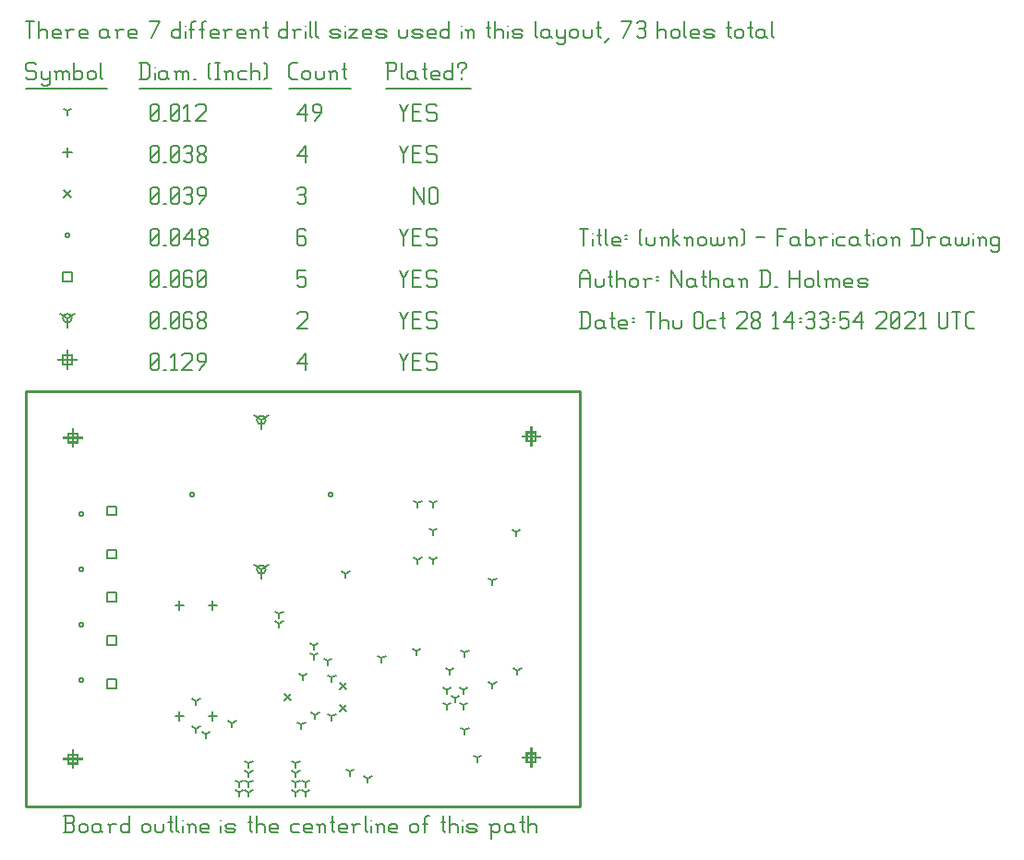
<source format=gbr>
G04 start of page 13 for group -3984 idx -3984 *
G04 Title: (unknown), fab *
G04 Creator: pcb 4.0.2 *
G04 CreationDate: Thu Oct 28 14:33:54 2021 UTC *
G04 For: ndholmes *
G04 Format: Gerber/RS-274X *
G04 PCB-Dimensions (mil): 2000.00 1500.00 *
G04 PCB-Coordinate-Origin: lower left *
%MOIN*%
%FSLAX25Y25*%
%LNFAB*%
%ADD75C,0.0100*%
%ADD74C,0.0075*%
%ADD73C,0.0060*%
%ADD72R,0.0080X0.0080*%
G54D72*X182500Y20700D02*Y14300D01*
X179300Y17500D02*X185700D01*
X180900Y19100D02*X184100D01*
X180900D02*Y15900D01*
X184100D01*
Y19100D02*Y15900D01*
X17000Y136200D02*Y129800D01*
X13800Y133000D02*X20200D01*
X15400Y134600D02*X18600D01*
X15400D02*Y131400D01*
X18600D01*
Y134600D02*Y131400D01*
X17000Y20200D02*Y13800D01*
X13800Y17000D02*X20200D01*
X15400Y18600D02*X18600D01*
X15400D02*Y15400D01*
X18600D01*
Y18600D02*Y15400D01*
X182500Y136700D02*Y130300D01*
X179300Y133500D02*X185700D01*
X180900Y135100D02*X184100D01*
X180900D02*Y131900D01*
X184100D01*
Y135100D02*Y131900D01*
X15000Y164450D02*Y158050D01*
X11800Y161250D02*X18200D01*
X13400Y162850D02*X16600D01*
X13400D02*Y159650D01*
X16600D01*
Y162850D02*Y159650D01*
G54D73*X135000Y163500D02*X136500Y160500D01*
X138000Y163500D01*
X136500Y160500D02*Y157500D01*
X139800Y160800D02*X142050D01*
X139800Y157500D02*X142800D01*
X139800Y163500D02*Y157500D01*
Y163500D02*X142800D01*
X147600D02*X148350Y162750D01*
X145350Y163500D02*X147600D01*
X144600Y162750D02*X145350Y163500D01*
X144600Y162750D02*Y161250D01*
X145350Y160500D01*
X147600D01*
X148350Y159750D01*
Y158250D01*
X147600Y157500D02*X148350Y158250D01*
X145350Y157500D02*X147600D01*
X144600Y158250D02*X145350Y157500D01*
X98000Y159750D02*X101000Y163500D01*
X98000Y159750D02*X101750D01*
X101000Y163500D02*Y157500D01*
X45000Y158250D02*X45750Y157500D01*
X45000Y162750D02*Y158250D01*
Y162750D02*X45750Y163500D01*
X47250D01*
X48000Y162750D01*
Y158250D01*
X47250Y157500D02*X48000Y158250D01*
X45750Y157500D02*X47250D01*
X45000Y159000D02*X48000Y162000D01*
X49800Y157500D02*X50550D01*
X52350Y162300D02*X53550Y163500D01*
Y157500D01*
X52350D02*X54600D01*
X56400Y162750D02*X57150Y163500D01*
X59400D01*
X60150Y162750D01*
Y161250D01*
X56400Y157500D02*X60150Y161250D01*
X56400Y157500D02*X60150D01*
X62700D02*X64950Y160500D01*
Y162750D02*Y160500D01*
X64200Y163500D02*X64950Y162750D01*
X62700Y163500D02*X64200D01*
X61950Y162750D02*X62700Y163500D01*
X61950Y162750D02*Y161250D01*
X62700Y160500D01*
X64950D01*
X85000Y139500D02*Y136300D01*
Y139500D02*X87773Y141100D01*
X85000Y139500D02*X82227Y141100D01*
X83400Y139500D02*G75*G03X86600Y139500I1600J0D01*G01*
G75*G03X83400Y139500I-1600J0D01*G01*
X85000Y85500D02*Y82300D01*
Y85500D02*X87773Y87100D01*
X85000Y85500D02*X82227Y87100D01*
X83400Y85500D02*G75*G03X86600Y85500I1600J0D01*G01*
G75*G03X83400Y85500I-1600J0D01*G01*
X15000Y176250D02*Y173050D01*
Y176250D02*X17773Y177850D01*
X15000Y176250D02*X12227Y177850D01*
X13400Y176250D02*G75*G03X16600Y176250I1600J0D01*G01*
G75*G03X13400Y176250I-1600J0D01*G01*
X135000Y178500D02*X136500Y175500D01*
X138000Y178500D01*
X136500Y175500D02*Y172500D01*
X139800Y175800D02*X142050D01*
X139800Y172500D02*X142800D01*
X139800Y178500D02*Y172500D01*
Y178500D02*X142800D01*
X147600D02*X148350Y177750D01*
X145350Y178500D02*X147600D01*
X144600Y177750D02*X145350Y178500D01*
X144600Y177750D02*Y176250D01*
X145350Y175500D01*
X147600D01*
X148350Y174750D01*
Y173250D01*
X147600Y172500D02*X148350Y173250D01*
X145350Y172500D02*X147600D01*
X144600Y173250D02*X145350Y172500D01*
X98000Y177750D02*X98750Y178500D01*
X101000D01*
X101750Y177750D01*
Y176250D01*
X98000Y172500D02*X101750Y176250D01*
X98000Y172500D02*X101750D01*
X45000Y173250D02*X45750Y172500D01*
X45000Y177750D02*Y173250D01*
Y177750D02*X45750Y178500D01*
X47250D01*
X48000Y177750D01*
Y173250D01*
X47250Y172500D02*X48000Y173250D01*
X45750Y172500D02*X47250D01*
X45000Y174000D02*X48000Y177000D01*
X49800Y172500D02*X50550D01*
X52350Y173250D02*X53100Y172500D01*
X52350Y177750D02*Y173250D01*
Y177750D02*X53100Y178500D01*
X54600D01*
X55350Y177750D01*
Y173250D01*
X54600Y172500D02*X55350Y173250D01*
X53100Y172500D02*X54600D01*
X52350Y174000D02*X55350Y177000D01*
X59400Y178500D02*X60150Y177750D01*
X57900Y178500D02*X59400D01*
X57150Y177750D02*X57900Y178500D01*
X57150Y177750D02*Y173250D01*
X57900Y172500D01*
X59400Y175800D02*X60150Y175050D01*
X57150Y175800D02*X59400D01*
X57900Y172500D02*X59400D01*
X60150Y173250D01*
Y175050D02*Y173250D01*
X61950D02*X62700Y172500D01*
X61950Y174450D02*Y173250D01*
Y174450D02*X63000Y175500D01*
X63900D01*
X64950Y174450D01*
Y173250D01*
X64200Y172500D02*X64950Y173250D01*
X62700Y172500D02*X64200D01*
X61950Y176550D02*X63000Y175500D01*
X61950Y177750D02*Y176550D01*
Y177750D02*X62700Y178500D01*
X64200D01*
X64950Y177750D01*
Y176550D01*
X63900Y175500D02*X64950Y176550D01*
X29400Y108300D02*X32600D01*
X29400D02*Y105100D01*
X32600D01*
Y108300D02*Y105100D01*
X29400Y92700D02*X32600D01*
X29400D02*Y89500D01*
X32600D01*
Y92700D02*Y89500D01*
X29400Y77100D02*X32600D01*
X29400D02*Y73900D01*
X32600D01*
Y77100D02*Y73900D01*
X29400Y61500D02*X32600D01*
X29400D02*Y58300D01*
X32600D01*
Y61500D02*Y58300D01*
X29400Y45900D02*X32600D01*
X29400D02*Y42700D01*
X32600D01*
Y45900D02*Y42700D01*
X13400Y192850D02*X16600D01*
X13400D02*Y189650D01*
X16600D01*
Y192850D02*Y189650D01*
X135000Y193500D02*X136500Y190500D01*
X138000Y193500D01*
X136500Y190500D02*Y187500D01*
X139800Y190800D02*X142050D01*
X139800Y187500D02*X142800D01*
X139800Y193500D02*Y187500D01*
Y193500D02*X142800D01*
X147600D02*X148350Y192750D01*
X145350Y193500D02*X147600D01*
X144600Y192750D02*X145350Y193500D01*
X144600Y192750D02*Y191250D01*
X145350Y190500D01*
X147600D01*
X148350Y189750D01*
Y188250D01*
X147600Y187500D02*X148350Y188250D01*
X145350Y187500D02*X147600D01*
X144600Y188250D02*X145350Y187500D01*
X98000Y193500D02*X101000D01*
X98000D02*Y190500D01*
X98750Y191250D01*
X100250D01*
X101000Y190500D01*
Y188250D01*
X100250Y187500D02*X101000Y188250D01*
X98750Y187500D02*X100250D01*
X98000Y188250D02*X98750Y187500D01*
X45000Y188250D02*X45750Y187500D01*
X45000Y192750D02*Y188250D01*
Y192750D02*X45750Y193500D01*
X47250D01*
X48000Y192750D01*
Y188250D01*
X47250Y187500D02*X48000Y188250D01*
X45750Y187500D02*X47250D01*
X45000Y189000D02*X48000Y192000D01*
X49800Y187500D02*X50550D01*
X52350Y188250D02*X53100Y187500D01*
X52350Y192750D02*Y188250D01*
Y192750D02*X53100Y193500D01*
X54600D01*
X55350Y192750D01*
Y188250D01*
X54600Y187500D02*X55350Y188250D01*
X53100Y187500D02*X54600D01*
X52350Y189000D02*X55350Y192000D01*
X59400Y193500D02*X60150Y192750D01*
X57900Y193500D02*X59400D01*
X57150Y192750D02*X57900Y193500D01*
X57150Y192750D02*Y188250D01*
X57900Y187500D01*
X59400Y190800D02*X60150Y190050D01*
X57150Y190800D02*X59400D01*
X57900Y187500D02*X59400D01*
X60150Y188250D01*
Y190050D02*Y188250D01*
X61950D02*X62700Y187500D01*
X61950Y192750D02*Y188250D01*
Y192750D02*X62700Y193500D01*
X64200D01*
X64950Y192750D01*
Y188250D01*
X64200Y187500D02*X64950Y188250D01*
X62700Y187500D02*X64200D01*
X61950Y189000D02*X64950Y192000D01*
X19200Y105500D02*G75*G03X20800Y105500I800J0D01*G01*
G75*G03X19200Y105500I-800J0D01*G01*
Y85500D02*G75*G03X20800Y85500I800J0D01*G01*
G75*G03X19200Y85500I-800J0D01*G01*
Y65500D02*G75*G03X20800Y65500I800J0D01*G01*
G75*G03X19200Y65500I-800J0D01*G01*
Y45500D02*G75*G03X20800Y45500I800J0D01*G01*
G75*G03X19200Y45500I-800J0D01*G01*
X109200Y112500D02*G75*G03X110800Y112500I800J0D01*G01*
G75*G03X109200Y112500I-800J0D01*G01*
X59200D02*G75*G03X60800Y112500I800J0D01*G01*
G75*G03X59200Y112500I-800J0D01*G01*
X14200Y206250D02*G75*G03X15800Y206250I800J0D01*G01*
G75*G03X14200Y206250I-800J0D01*G01*
X135000Y208500D02*X136500Y205500D01*
X138000Y208500D01*
X136500Y205500D02*Y202500D01*
X139800Y205800D02*X142050D01*
X139800Y202500D02*X142800D01*
X139800Y208500D02*Y202500D01*
Y208500D02*X142800D01*
X147600D02*X148350Y207750D01*
X145350Y208500D02*X147600D01*
X144600Y207750D02*X145350Y208500D01*
X144600Y207750D02*Y206250D01*
X145350Y205500D01*
X147600D01*
X148350Y204750D01*
Y203250D01*
X147600Y202500D02*X148350Y203250D01*
X145350Y202500D02*X147600D01*
X144600Y203250D02*X145350Y202500D01*
X100250Y208500D02*X101000Y207750D01*
X98750Y208500D02*X100250D01*
X98000Y207750D02*X98750Y208500D01*
X98000Y207750D02*Y203250D01*
X98750Y202500D01*
X100250Y205800D02*X101000Y205050D01*
X98000Y205800D02*X100250D01*
X98750Y202500D02*X100250D01*
X101000Y203250D01*
Y205050D02*Y203250D01*
X45000D02*X45750Y202500D01*
X45000Y207750D02*Y203250D01*
Y207750D02*X45750Y208500D01*
X47250D01*
X48000Y207750D01*
Y203250D01*
X47250Y202500D02*X48000Y203250D01*
X45750Y202500D02*X47250D01*
X45000Y204000D02*X48000Y207000D01*
X49800Y202500D02*X50550D01*
X52350Y203250D02*X53100Y202500D01*
X52350Y207750D02*Y203250D01*
Y207750D02*X53100Y208500D01*
X54600D01*
X55350Y207750D01*
Y203250D01*
X54600Y202500D02*X55350Y203250D01*
X53100Y202500D02*X54600D01*
X52350Y204000D02*X55350Y207000D01*
X57150Y204750D02*X60150Y208500D01*
X57150Y204750D02*X60900D01*
X60150Y208500D02*Y202500D01*
X62700Y203250D02*X63450Y202500D01*
X62700Y204450D02*Y203250D01*
Y204450D02*X63750Y205500D01*
X64650D01*
X65700Y204450D01*
Y203250D01*
X64950Y202500D02*X65700Y203250D01*
X63450Y202500D02*X64950D01*
X62700Y206550D02*X63750Y205500D01*
X62700Y207750D02*Y206550D01*
Y207750D02*X63450Y208500D01*
X64950D01*
X65700Y207750D01*
Y206550D01*
X64650Y205500D02*X65700Y206550D01*
X93300Y40700D02*X95700Y38300D01*
X93300D02*X95700Y40700D01*
X113300Y44700D02*X115700Y42300D01*
X113300D02*X115700Y44700D01*
X113300Y36700D02*X115700Y34300D01*
X113300D02*X115700Y36700D01*
X13800Y222450D02*X16200Y220050D01*
X13800D02*X16200Y222450D01*
X140000Y223500D02*Y217500D01*
Y223500D02*X143750Y217500D01*
Y223500D02*Y217500D01*
X145550Y222750D02*Y218250D01*
Y222750D02*X146300Y223500D01*
X147800D01*
X148550Y222750D01*
Y218250D01*
X147800Y217500D02*X148550Y218250D01*
X146300Y217500D02*X147800D01*
X145550Y218250D02*X146300Y217500D01*
X98000Y222750D02*X98750Y223500D01*
X100250D01*
X101000Y222750D01*
X100250Y217500D02*X101000Y218250D01*
X98750Y217500D02*X100250D01*
X98000Y218250D02*X98750Y217500D01*
Y220800D02*X100250D01*
X101000Y222750D02*Y221550D01*
Y220050D02*Y218250D01*
Y220050D02*X100250Y220800D01*
X101000Y221550D02*X100250Y220800D01*
X45000Y218250D02*X45750Y217500D01*
X45000Y222750D02*Y218250D01*
Y222750D02*X45750Y223500D01*
X47250D01*
X48000Y222750D01*
Y218250D01*
X47250Y217500D02*X48000Y218250D01*
X45750Y217500D02*X47250D01*
X45000Y219000D02*X48000Y222000D01*
X49800Y217500D02*X50550D01*
X52350Y218250D02*X53100Y217500D01*
X52350Y222750D02*Y218250D01*
Y222750D02*X53100Y223500D01*
X54600D01*
X55350Y222750D01*
Y218250D01*
X54600Y217500D02*X55350Y218250D01*
X53100Y217500D02*X54600D01*
X52350Y219000D02*X55350Y222000D01*
X57150Y222750D02*X57900Y223500D01*
X59400D01*
X60150Y222750D01*
X59400Y217500D02*X60150Y218250D01*
X57900Y217500D02*X59400D01*
X57150Y218250D02*X57900Y217500D01*
Y220800D02*X59400D01*
X60150Y222750D02*Y221550D01*
Y220050D02*Y218250D01*
Y220050D02*X59400Y220800D01*
X60150Y221550D02*X59400Y220800D01*
X62700Y217500D02*X64950Y220500D01*
Y222750D02*Y220500D01*
X64200Y223500D02*X64950Y222750D01*
X62700Y223500D02*X64200D01*
X61950Y222750D02*X62700Y223500D01*
X61950Y222750D02*Y221250D01*
X62700Y220500D01*
X64950D01*
X67500Y74100D02*Y70900D01*
X65900Y72500D02*X69100D01*
X67500Y34100D02*Y30900D01*
X65900Y32500D02*X69100D01*
X55500Y74100D02*Y70900D01*
X53900Y72500D02*X57100D01*
X55500Y34100D02*Y30900D01*
X53900Y32500D02*X57100D01*
X15000Y237850D02*Y234650D01*
X13400Y236250D02*X16600D01*
X135000Y238500D02*X136500Y235500D01*
X138000Y238500D01*
X136500Y235500D02*Y232500D01*
X139800Y235800D02*X142050D01*
X139800Y232500D02*X142800D01*
X139800Y238500D02*Y232500D01*
Y238500D02*X142800D01*
X147600D02*X148350Y237750D01*
X145350Y238500D02*X147600D01*
X144600Y237750D02*X145350Y238500D01*
X144600Y237750D02*Y236250D01*
X145350Y235500D01*
X147600D01*
X148350Y234750D01*
Y233250D01*
X147600Y232500D02*X148350Y233250D01*
X145350Y232500D02*X147600D01*
X144600Y233250D02*X145350Y232500D01*
X98000Y234750D02*X101000Y238500D01*
X98000Y234750D02*X101750D01*
X101000Y238500D02*Y232500D01*
X45000Y233250D02*X45750Y232500D01*
X45000Y237750D02*Y233250D01*
Y237750D02*X45750Y238500D01*
X47250D01*
X48000Y237750D01*
Y233250D01*
X47250Y232500D02*X48000Y233250D01*
X45750Y232500D02*X47250D01*
X45000Y234000D02*X48000Y237000D01*
X49800Y232500D02*X50550D01*
X52350Y233250D02*X53100Y232500D01*
X52350Y237750D02*Y233250D01*
Y237750D02*X53100Y238500D01*
X54600D01*
X55350Y237750D01*
Y233250D01*
X54600Y232500D02*X55350Y233250D01*
X53100Y232500D02*X54600D01*
X52350Y234000D02*X55350Y237000D01*
X57150Y237750D02*X57900Y238500D01*
X59400D01*
X60150Y237750D01*
X59400Y232500D02*X60150Y233250D01*
X57900Y232500D02*X59400D01*
X57150Y233250D02*X57900Y232500D01*
Y235800D02*X59400D01*
X60150Y237750D02*Y236550D01*
Y235050D02*Y233250D01*
Y235050D02*X59400Y235800D01*
X60150Y236550D02*X59400Y235800D01*
X61950Y233250D02*X62700Y232500D01*
X61950Y234450D02*Y233250D01*
Y234450D02*X63000Y235500D01*
X63900D01*
X64950Y234450D01*
Y233250D01*
X64200Y232500D02*X64950Y233250D01*
X62700Y232500D02*X64200D01*
X61950Y236550D02*X63000Y235500D01*
X61950Y237750D02*Y236550D01*
Y237750D02*X62700Y238500D01*
X64200D01*
X64950Y237750D01*
Y236550D01*
X63900Y235500D02*X64950Y236550D01*
X155000Y39000D02*Y37400D01*
Y39000D02*X156387Y39800D01*
X155000Y39000D02*X153613Y39800D01*
X104000Y54500D02*Y52900D01*
Y54500D02*X105387Y55300D01*
X104000Y54500D02*X102613Y55300D01*
X104000Y58000D02*Y56400D01*
Y58000D02*X105387Y58800D01*
X104000Y58000D02*X102613Y58800D01*
X141000Y56000D02*Y54400D01*
Y56000D02*X142387Y56800D01*
X141000Y56000D02*X139613Y56800D01*
X163000Y17500D02*Y15900D01*
Y17500D02*X164387Y18300D01*
X163000Y17500D02*X161613Y18300D01*
X123500Y10000D02*Y8400D01*
Y10000D02*X124887Y10800D01*
X123500Y10000D02*X122113Y10800D01*
X168500Y81500D02*Y79900D01*
Y81500D02*X169887Y82300D01*
X168500Y81500D02*X167113Y82300D01*
X177500Y49000D02*Y47400D01*
Y49000D02*X178887Y49800D01*
X177500Y49000D02*X176113Y49800D01*
X117000Y12500D02*Y10900D01*
Y12500D02*X118387Y13300D01*
X117000Y12500D02*X115613Y13300D01*
X110500Y32500D02*Y30900D01*
Y32500D02*X111887Y33300D01*
X110500Y32500D02*X109113Y33300D01*
X158000Y36500D02*Y34900D01*
Y36500D02*X159387Y37300D01*
X158000Y36500D02*X156613Y37300D01*
X152000Y36500D02*Y34900D01*
Y36500D02*X153387Y37300D01*
X152000Y36500D02*X150613Y37300D01*
X168500Y44000D02*Y42400D01*
Y44000D02*X169887Y44800D01*
X168500Y44000D02*X167113Y44800D01*
X158500Y55500D02*Y53900D01*
Y55500D02*X159887Y56300D01*
X158500Y55500D02*X157113Y56300D01*
X128500Y53500D02*Y51900D01*
Y53500D02*X129887Y54300D01*
X128500Y53500D02*X127113Y54300D01*
X153000Y49000D02*Y47400D01*
Y49000D02*X154387Y49800D01*
X153000Y49000D02*X151613Y49800D01*
X158500Y27500D02*Y25900D01*
Y27500D02*X159887Y28300D01*
X158500Y27500D02*X157113Y28300D01*
X152000Y42000D02*Y40400D01*
Y42000D02*X153387Y42800D01*
X152000Y42000D02*X150613Y42800D01*
X110500Y46500D02*Y44900D01*
Y46500D02*X111887Y47300D01*
X110500Y46500D02*X109113Y47300D01*
X99500Y29500D02*Y27900D01*
Y29500D02*X100887Y30300D01*
X99500Y29500D02*X98113Y30300D01*
X109000Y52500D02*Y50900D01*
Y52500D02*X110387Y53300D01*
X109000Y52500D02*X107613Y53300D01*
X101000Y8500D02*Y6900D01*
Y8500D02*X102387Y9300D01*
X101000Y8500D02*X99613Y9300D01*
X101000Y5000D02*Y3400D01*
Y5000D02*X102387Y5800D01*
X101000Y5000D02*X99613Y5800D01*
X77000Y8500D02*Y6900D01*
Y8500D02*X78387Y9300D01*
X77000Y8500D02*X75613Y9300D01*
X77000Y5000D02*Y3400D01*
Y5000D02*X78387Y5800D01*
X77000Y5000D02*X75613Y5800D01*
X158000Y42000D02*Y40400D01*
Y42000D02*X159387Y42800D01*
X158000Y42000D02*X156613Y42800D01*
X104500Y33000D02*Y31400D01*
Y33000D02*X105887Y33800D01*
X104500Y33000D02*X103113Y33800D01*
X100000Y47000D02*Y45400D01*
Y47000D02*X101387Y47800D01*
X100000Y47000D02*X98613Y47800D01*
X91500Y66000D02*Y64400D01*
Y66000D02*X92887Y66800D01*
X91500Y66000D02*X90113Y66800D01*
X91500Y69500D02*Y67900D01*
Y69500D02*X92887Y70300D01*
X91500Y69500D02*X90113Y70300D01*
X97500Y15500D02*Y13900D01*
Y15500D02*X98887Y16300D01*
X97500Y15500D02*X96113Y16300D01*
X97500Y12000D02*Y10400D01*
Y12000D02*X98887Y12800D01*
X97500Y12000D02*X96113Y12800D01*
X97500Y8500D02*Y6900D01*
Y8500D02*X98887Y9300D01*
X97500Y8500D02*X96113Y9300D01*
X97500Y5000D02*Y3400D01*
Y5000D02*X98887Y5800D01*
X97500Y5000D02*X96113Y5800D01*
X80500Y15500D02*Y13900D01*
Y15500D02*X81887Y16300D01*
X80500Y15500D02*X79113Y16300D01*
X80500Y12000D02*Y10400D01*
Y12000D02*X81887Y12800D01*
X80500Y12000D02*X79113Y12800D01*
X80500Y8500D02*Y6900D01*
Y8500D02*X81887Y9300D01*
X80500Y8500D02*X79113Y9300D01*
X80500Y5000D02*Y3400D01*
Y5000D02*X81887Y5800D01*
X80500Y5000D02*X79113Y5800D01*
X61500Y28000D02*Y26400D01*
Y28000D02*X62887Y28800D01*
X61500Y28000D02*X60113Y28800D01*
X61500Y38000D02*Y36400D01*
Y38000D02*X62887Y38800D01*
X61500Y38000D02*X60113Y38800D01*
X74500Y30000D02*Y28400D01*
Y30000D02*X75887Y30800D01*
X74500Y30000D02*X73113Y30800D01*
X65000Y26000D02*Y24400D01*
Y26000D02*X66387Y26800D01*
X65000Y26000D02*X63613Y26800D01*
X141500Y109500D02*Y107900D01*
Y109500D02*X142887Y110300D01*
X141500Y109500D02*X140113Y110300D01*
X147000Y109500D02*Y107900D01*
Y109500D02*X148387Y110300D01*
X147000Y109500D02*X145613Y110300D01*
X147000Y89000D02*Y87400D01*
Y89000D02*X148387Y89800D01*
X147000Y89000D02*X145613Y89800D01*
X147000Y99500D02*Y97900D01*
Y99500D02*X148387Y100300D01*
X147000Y99500D02*X145613Y100300D01*
X141500Y89000D02*Y87400D01*
Y89000D02*X142887Y89800D01*
X141500Y89000D02*X140113Y89800D01*
X177000Y99000D02*Y97400D01*
Y99000D02*X178387Y99800D01*
X177000Y99000D02*X175613Y99800D01*
X115500Y84000D02*Y82400D01*
Y84000D02*X116887Y84800D01*
X115500Y84000D02*X114113Y84800D01*
X15000Y251250D02*Y249650D01*
Y251250D02*X16387Y252050D01*
X15000Y251250D02*X13613Y252050D01*
X135000Y253500D02*X136500Y250500D01*
X138000Y253500D01*
X136500Y250500D02*Y247500D01*
X139800Y250800D02*X142050D01*
X139800Y247500D02*X142800D01*
X139800Y253500D02*Y247500D01*
Y253500D02*X142800D01*
X147600D02*X148350Y252750D01*
X145350Y253500D02*X147600D01*
X144600Y252750D02*X145350Y253500D01*
X144600Y252750D02*Y251250D01*
X145350Y250500D01*
X147600D01*
X148350Y249750D01*
Y248250D01*
X147600Y247500D02*X148350Y248250D01*
X145350Y247500D02*X147600D01*
X144600Y248250D02*X145350Y247500D01*
X98000Y249750D02*X101000Y253500D01*
X98000Y249750D02*X101750D01*
X101000Y253500D02*Y247500D01*
X104300D02*X106550Y250500D01*
Y252750D02*Y250500D01*
X105800Y253500D02*X106550Y252750D01*
X104300Y253500D02*X105800D01*
X103550Y252750D02*X104300Y253500D01*
X103550Y252750D02*Y251250D01*
X104300Y250500D01*
X106550D01*
X45000Y248250D02*X45750Y247500D01*
X45000Y252750D02*Y248250D01*
Y252750D02*X45750Y253500D01*
X47250D01*
X48000Y252750D01*
Y248250D01*
X47250Y247500D02*X48000Y248250D01*
X45750Y247500D02*X47250D01*
X45000Y249000D02*X48000Y252000D01*
X49800Y247500D02*X50550D01*
X52350Y248250D02*X53100Y247500D01*
X52350Y252750D02*Y248250D01*
Y252750D02*X53100Y253500D01*
X54600D01*
X55350Y252750D01*
Y248250D01*
X54600Y247500D02*X55350Y248250D01*
X53100Y247500D02*X54600D01*
X52350Y249000D02*X55350Y252000D01*
X57150Y252300D02*X58350Y253500D01*
Y247500D01*
X57150D02*X59400D01*
X61200Y252750D02*X61950Y253500D01*
X64200D01*
X64950Y252750D01*
Y251250D01*
X61200Y247500D02*X64950Y251250D01*
X61200Y247500D02*X64950D01*
X3000Y268500D02*X3750Y267750D01*
X750Y268500D02*X3000D01*
X0Y267750D02*X750Y268500D01*
X0Y267750D02*Y266250D01*
X750Y265500D01*
X3000D01*
X3750Y264750D01*
Y263250D01*
X3000Y262500D02*X3750Y263250D01*
X750Y262500D02*X3000D01*
X0Y263250D02*X750Y262500D01*
X5550Y265500D02*Y263250D01*
X6300Y262500D01*
X8550Y265500D02*Y261000D01*
X7800Y260250D02*X8550Y261000D01*
X6300Y260250D02*X7800D01*
X5550Y261000D02*X6300Y260250D01*
Y262500D02*X7800D01*
X8550Y263250D01*
X11100Y264750D02*Y262500D01*
Y264750D02*X11850Y265500D01*
X12600D01*
X13350Y264750D01*
Y262500D01*
Y264750D02*X14100Y265500D01*
X14850D01*
X15600Y264750D01*
Y262500D01*
X10350Y265500D02*X11100Y264750D01*
X17400Y268500D02*Y262500D01*
Y263250D02*X18150Y262500D01*
X19650D01*
X20400Y263250D01*
Y264750D02*Y263250D01*
X19650Y265500D02*X20400Y264750D01*
X18150Y265500D02*X19650D01*
X17400Y264750D02*X18150Y265500D01*
X22200Y264750D02*Y263250D01*
Y264750D02*X22950Y265500D01*
X24450D01*
X25200Y264750D01*
Y263250D01*
X24450Y262500D02*X25200Y263250D01*
X22950Y262500D02*X24450D01*
X22200Y263250D02*X22950Y262500D01*
X27000Y268500D02*Y263250D01*
X27750Y262500D01*
X0Y259250D02*X29250D01*
X41750Y268500D02*Y262500D01*
X43700Y268500D02*X44750Y267450D01*
Y263550D01*
X43700Y262500D02*X44750Y263550D01*
X41000Y262500D02*X43700D01*
X41000Y268500D02*X43700D01*
G54D74*X46550Y267000D02*Y266850D01*
G54D73*Y264750D02*Y262500D01*
X50300Y265500D02*X51050Y264750D01*
X48800Y265500D02*X50300D01*
X48050Y264750D02*X48800Y265500D01*
X48050Y264750D02*Y263250D01*
X48800Y262500D01*
X51050Y265500D02*Y263250D01*
X51800Y262500D01*
X48800D02*X50300D01*
X51050Y263250D01*
X54350Y264750D02*Y262500D01*
Y264750D02*X55100Y265500D01*
X55850D01*
X56600Y264750D01*
Y262500D01*
Y264750D02*X57350Y265500D01*
X58100D01*
X58850Y264750D01*
Y262500D01*
X53600Y265500D02*X54350Y264750D01*
X60650Y262500D02*X61400D01*
X65900Y263250D02*X66650Y262500D01*
X65900Y267750D02*X66650Y268500D01*
X65900Y267750D02*Y263250D01*
X68450Y268500D02*X69950D01*
X69200D02*Y262500D01*
X68450D02*X69950D01*
X72500Y264750D02*Y262500D01*
Y264750D02*X73250Y265500D01*
X74000D01*
X74750Y264750D01*
Y262500D01*
X71750Y265500D02*X72500Y264750D01*
X77300Y265500D02*X79550D01*
X76550Y264750D02*X77300Y265500D01*
X76550Y264750D02*Y263250D01*
X77300Y262500D01*
X79550D01*
X81350Y268500D02*Y262500D01*
Y264750D02*X82100Y265500D01*
X83600D01*
X84350Y264750D01*
Y262500D01*
X86150Y268500D02*X86900Y267750D01*
Y263250D01*
X86150Y262500D02*X86900Y263250D01*
X41000Y259250D02*X88700D01*
X96050Y262500D02*X98000D01*
X95000Y263550D02*X96050Y262500D01*
X95000Y267450D02*Y263550D01*
Y267450D02*X96050Y268500D01*
X98000D01*
X99800Y264750D02*Y263250D01*
Y264750D02*X100550Y265500D01*
X102050D01*
X102800Y264750D01*
Y263250D01*
X102050Y262500D02*X102800Y263250D01*
X100550Y262500D02*X102050D01*
X99800Y263250D02*X100550Y262500D01*
X104600Y265500D02*Y263250D01*
X105350Y262500D01*
X106850D01*
X107600Y263250D01*
Y265500D02*Y263250D01*
X110150Y264750D02*Y262500D01*
Y264750D02*X110900Y265500D01*
X111650D01*
X112400Y264750D01*
Y262500D01*
X109400Y265500D02*X110150Y264750D01*
X114950Y268500D02*Y263250D01*
X115700Y262500D01*
X114200Y266250D02*X115700D01*
X95000Y259250D02*X117200D01*
X130750Y268500D02*Y262500D01*
X130000Y268500D02*X133000D01*
X133750Y267750D01*
Y266250D01*
X133000Y265500D02*X133750Y266250D01*
X130750Y265500D02*X133000D01*
X135550Y268500D02*Y263250D01*
X136300Y262500D01*
X140050Y265500D02*X140800Y264750D01*
X138550Y265500D02*X140050D01*
X137800Y264750D02*X138550Y265500D01*
X137800Y264750D02*Y263250D01*
X138550Y262500D01*
X140800Y265500D02*Y263250D01*
X141550Y262500D01*
X138550D02*X140050D01*
X140800Y263250D01*
X144100Y268500D02*Y263250D01*
X144850Y262500D01*
X143350Y266250D02*X144850D01*
X147100Y262500D02*X149350D01*
X146350Y263250D02*X147100Y262500D01*
X146350Y264750D02*Y263250D01*
Y264750D02*X147100Y265500D01*
X148600D01*
X149350Y264750D01*
X146350Y264000D02*X149350D01*
Y264750D02*Y264000D01*
X154150Y268500D02*Y262500D01*
X153400D02*X154150Y263250D01*
X151900Y262500D02*X153400D01*
X151150Y263250D02*X151900Y262500D01*
X151150Y264750D02*Y263250D01*
Y264750D02*X151900Y265500D01*
X153400D01*
X154150Y264750D01*
X157450Y265500D02*Y264750D01*
Y263250D02*Y262500D01*
X155950Y267750D02*Y267000D01*
Y267750D02*X156700Y268500D01*
X158200D01*
X158950Y267750D01*
Y267000D01*
X157450Y265500D02*X158950Y267000D01*
X130000Y259250D02*X160750D01*
X0Y283500D02*X3000D01*
X1500D02*Y277500D01*
X4800Y283500D02*Y277500D01*
Y279750D02*X5550Y280500D01*
X7050D01*
X7800Y279750D01*
Y277500D01*
X10350D02*X12600D01*
X9600Y278250D02*X10350Y277500D01*
X9600Y279750D02*Y278250D01*
Y279750D02*X10350Y280500D01*
X11850D01*
X12600Y279750D01*
X9600Y279000D02*X12600D01*
Y279750D02*Y279000D01*
X15150Y279750D02*Y277500D01*
Y279750D02*X15900Y280500D01*
X17400D01*
X14400D02*X15150Y279750D01*
X19950Y277500D02*X22200D01*
X19200Y278250D02*X19950Y277500D01*
X19200Y279750D02*Y278250D01*
Y279750D02*X19950Y280500D01*
X21450D01*
X22200Y279750D01*
X19200Y279000D02*X22200D01*
Y279750D02*Y279000D01*
X28950Y280500D02*X29700Y279750D01*
X27450Y280500D02*X28950D01*
X26700Y279750D02*X27450Y280500D01*
X26700Y279750D02*Y278250D01*
X27450Y277500D01*
X29700Y280500D02*Y278250D01*
X30450Y277500D01*
X27450D02*X28950D01*
X29700Y278250D01*
X33000Y279750D02*Y277500D01*
Y279750D02*X33750Y280500D01*
X35250D01*
X32250D02*X33000Y279750D01*
X37800Y277500D02*X40050D01*
X37050Y278250D02*X37800Y277500D01*
X37050Y279750D02*Y278250D01*
Y279750D02*X37800Y280500D01*
X39300D01*
X40050Y279750D01*
X37050Y279000D02*X40050D01*
Y279750D02*Y279000D01*
X45300Y277500D02*X48300Y283500D01*
X44550D02*X48300D01*
X55800D02*Y277500D01*
X55050D02*X55800Y278250D01*
X53550Y277500D02*X55050D01*
X52800Y278250D02*X53550Y277500D01*
X52800Y279750D02*Y278250D01*
Y279750D02*X53550Y280500D01*
X55050D01*
X55800Y279750D01*
G54D74*X57600Y282000D02*Y281850D01*
G54D73*Y279750D02*Y277500D01*
X59850Y282750D02*Y277500D01*
Y282750D02*X60600Y283500D01*
X61350D01*
X59100Y280500D02*X60600D01*
X63600Y282750D02*Y277500D01*
Y282750D02*X64350Y283500D01*
X65100D01*
X62850Y280500D02*X64350D01*
X67350Y277500D02*X69600D01*
X66600Y278250D02*X67350Y277500D01*
X66600Y279750D02*Y278250D01*
Y279750D02*X67350Y280500D01*
X68850D01*
X69600Y279750D01*
X66600Y279000D02*X69600D01*
Y279750D02*Y279000D01*
X72150Y279750D02*Y277500D01*
Y279750D02*X72900Y280500D01*
X74400D01*
X71400D02*X72150Y279750D01*
X76950Y277500D02*X79200D01*
X76200Y278250D02*X76950Y277500D01*
X76200Y279750D02*Y278250D01*
Y279750D02*X76950Y280500D01*
X78450D01*
X79200Y279750D01*
X76200Y279000D02*X79200D01*
Y279750D02*Y279000D01*
X81750Y279750D02*Y277500D01*
Y279750D02*X82500Y280500D01*
X83250D01*
X84000Y279750D01*
Y277500D01*
X81000Y280500D02*X81750Y279750D01*
X86550Y283500D02*Y278250D01*
X87300Y277500D01*
X85800Y281250D02*X87300D01*
X94500Y283500D02*Y277500D01*
X93750D02*X94500Y278250D01*
X92250Y277500D02*X93750D01*
X91500Y278250D02*X92250Y277500D01*
X91500Y279750D02*Y278250D01*
Y279750D02*X92250Y280500D01*
X93750D01*
X94500Y279750D01*
X97050D02*Y277500D01*
Y279750D02*X97800Y280500D01*
X99300D01*
X96300D02*X97050Y279750D01*
G54D74*X101100Y282000D02*Y281850D01*
G54D73*Y279750D02*Y277500D01*
X102600Y283500D02*Y278250D01*
X103350Y277500D01*
X104850Y283500D02*Y278250D01*
X105600Y277500D01*
X110550D02*X112800D01*
X113550Y278250D01*
X112800Y279000D02*X113550Y278250D01*
X110550Y279000D02*X112800D01*
X109800Y279750D02*X110550Y279000D01*
X109800Y279750D02*X110550Y280500D01*
X112800D01*
X113550Y279750D01*
X109800Y278250D02*X110550Y277500D01*
G54D74*X115350Y282000D02*Y281850D01*
G54D73*Y279750D02*Y277500D01*
X116850Y280500D02*X119850D01*
X116850Y277500D02*X119850Y280500D01*
X116850Y277500D02*X119850D01*
X122400D02*X124650D01*
X121650Y278250D02*X122400Y277500D01*
X121650Y279750D02*Y278250D01*
Y279750D02*X122400Y280500D01*
X123900D01*
X124650Y279750D01*
X121650Y279000D02*X124650D01*
Y279750D02*Y279000D01*
X127200Y277500D02*X129450D01*
X130200Y278250D01*
X129450Y279000D02*X130200Y278250D01*
X127200Y279000D02*X129450D01*
X126450Y279750D02*X127200Y279000D01*
X126450Y279750D02*X127200Y280500D01*
X129450D01*
X130200Y279750D01*
X126450Y278250D02*X127200Y277500D01*
X134700Y280500D02*Y278250D01*
X135450Y277500D01*
X136950D01*
X137700Y278250D01*
Y280500D02*Y278250D01*
X140250Y277500D02*X142500D01*
X143250Y278250D01*
X142500Y279000D02*X143250Y278250D01*
X140250Y279000D02*X142500D01*
X139500Y279750D02*X140250Y279000D01*
X139500Y279750D02*X140250Y280500D01*
X142500D01*
X143250Y279750D01*
X139500Y278250D02*X140250Y277500D01*
X145800D02*X148050D01*
X145050Y278250D02*X145800Y277500D01*
X145050Y279750D02*Y278250D01*
Y279750D02*X145800Y280500D01*
X147300D01*
X148050Y279750D01*
X145050Y279000D02*X148050D01*
Y279750D02*Y279000D01*
X152850Y283500D02*Y277500D01*
X152100D02*X152850Y278250D01*
X150600Y277500D02*X152100D01*
X149850Y278250D02*X150600Y277500D01*
X149850Y279750D02*Y278250D01*
Y279750D02*X150600Y280500D01*
X152100D01*
X152850Y279750D01*
G54D74*X157350Y282000D02*Y281850D01*
G54D73*Y279750D02*Y277500D01*
X159600Y279750D02*Y277500D01*
Y279750D02*X160350Y280500D01*
X161100D01*
X161850Y279750D01*
Y277500D01*
X158850Y280500D02*X159600Y279750D01*
X167100Y283500D02*Y278250D01*
X167850Y277500D01*
X166350Y281250D02*X167850D01*
X169350Y283500D02*Y277500D01*
Y279750D02*X170100Y280500D01*
X171600D01*
X172350Y279750D01*
Y277500D01*
G54D74*X174150Y282000D02*Y281850D01*
G54D73*Y279750D02*Y277500D01*
X176400D02*X178650D01*
X179400Y278250D01*
X178650Y279000D02*X179400Y278250D01*
X176400Y279000D02*X178650D01*
X175650Y279750D02*X176400Y279000D01*
X175650Y279750D02*X176400Y280500D01*
X178650D01*
X179400Y279750D01*
X175650Y278250D02*X176400Y277500D01*
X183900Y283500D02*Y278250D01*
X184650Y277500D01*
X188400Y280500D02*X189150Y279750D01*
X186900Y280500D02*X188400D01*
X186150Y279750D02*X186900Y280500D01*
X186150Y279750D02*Y278250D01*
X186900Y277500D01*
X189150Y280500D02*Y278250D01*
X189900Y277500D01*
X186900D02*X188400D01*
X189150Y278250D01*
X191700Y280500D02*Y278250D01*
X192450Y277500D01*
X194700Y280500D02*Y276000D01*
X193950Y275250D02*X194700Y276000D01*
X192450Y275250D02*X193950D01*
X191700Y276000D02*X192450Y275250D01*
Y277500D02*X193950D01*
X194700Y278250D01*
X196500Y279750D02*Y278250D01*
Y279750D02*X197250Y280500D01*
X198750D01*
X199500Y279750D01*
Y278250D01*
X198750Y277500D02*X199500Y278250D01*
X197250Y277500D02*X198750D01*
X196500Y278250D02*X197250Y277500D01*
X201300Y280500D02*Y278250D01*
X202050Y277500D01*
X203550D01*
X204300Y278250D01*
Y280500D02*Y278250D01*
X206850Y283500D02*Y278250D01*
X207600Y277500D01*
X206100Y281250D02*X207600D01*
X209100Y276000D02*X210600Y277500D01*
X215850D02*X218850Y283500D01*
X215100D02*X218850D01*
X220650Y282750D02*X221400Y283500D01*
X222900D01*
X223650Y282750D01*
X222900Y277500D02*X223650Y278250D01*
X221400Y277500D02*X222900D01*
X220650Y278250D02*X221400Y277500D01*
Y280800D02*X222900D01*
X223650Y282750D02*Y281550D01*
Y280050D02*Y278250D01*
Y280050D02*X222900Y280800D01*
X223650Y281550D02*X222900Y280800D01*
X228150Y283500D02*Y277500D01*
Y279750D02*X228900Y280500D01*
X230400D01*
X231150Y279750D01*
Y277500D01*
X232950Y279750D02*Y278250D01*
Y279750D02*X233700Y280500D01*
X235200D01*
X235950Y279750D01*
Y278250D01*
X235200Y277500D02*X235950Y278250D01*
X233700Y277500D02*X235200D01*
X232950Y278250D02*X233700Y277500D01*
X237750Y283500D02*Y278250D01*
X238500Y277500D01*
X240750D02*X243000D01*
X240000Y278250D02*X240750Y277500D01*
X240000Y279750D02*Y278250D01*
Y279750D02*X240750Y280500D01*
X242250D01*
X243000Y279750D01*
X240000Y279000D02*X243000D01*
Y279750D02*Y279000D01*
X245550Y277500D02*X247800D01*
X248550Y278250D01*
X247800Y279000D02*X248550Y278250D01*
X245550Y279000D02*X247800D01*
X244800Y279750D02*X245550Y279000D01*
X244800Y279750D02*X245550Y280500D01*
X247800D01*
X248550Y279750D01*
X244800Y278250D02*X245550Y277500D01*
X253800Y283500D02*Y278250D01*
X254550Y277500D01*
X253050Y281250D02*X254550D01*
X256050Y279750D02*Y278250D01*
Y279750D02*X256800Y280500D01*
X258300D01*
X259050Y279750D01*
Y278250D01*
X258300Y277500D02*X259050Y278250D01*
X256800Y277500D02*X258300D01*
X256050Y278250D02*X256800Y277500D01*
X261600Y283500D02*Y278250D01*
X262350Y277500D01*
X260850Y281250D02*X262350D01*
X266100Y280500D02*X266850Y279750D01*
X264600Y280500D02*X266100D01*
X263850Y279750D02*X264600Y280500D01*
X263850Y279750D02*Y278250D01*
X264600Y277500D01*
X266850Y280500D02*Y278250D01*
X267600Y277500D01*
X264600D02*X266100D01*
X266850Y278250D01*
X269400Y283500D02*Y278250D01*
X270150Y277500D01*
G54D75*X0Y150000D02*X200000D01*
Y0D01*
X0D01*
Y150000D01*
G54D73*X13675Y-9500D02*X16675D01*
X17425Y-8750D01*
Y-6950D02*Y-8750D01*
X16675Y-6200D02*X17425Y-6950D01*
X14425Y-6200D02*X16675D01*
X14425Y-3500D02*Y-9500D01*
X13675Y-3500D02*X16675D01*
X17425Y-4250D01*
Y-5450D01*
X16675Y-6200D02*X17425Y-5450D01*
X19225Y-7250D02*Y-8750D01*
Y-7250D02*X19975Y-6500D01*
X21475D01*
X22225Y-7250D01*
Y-8750D01*
X21475Y-9500D02*X22225Y-8750D01*
X19975Y-9500D02*X21475D01*
X19225Y-8750D02*X19975Y-9500D01*
X26275Y-6500D02*X27025Y-7250D01*
X24775Y-6500D02*X26275D01*
X24025Y-7250D02*X24775Y-6500D01*
X24025Y-7250D02*Y-8750D01*
X24775Y-9500D01*
X27025Y-6500D02*Y-8750D01*
X27775Y-9500D01*
X24775D02*X26275D01*
X27025Y-8750D01*
X30325Y-7250D02*Y-9500D01*
Y-7250D02*X31075Y-6500D01*
X32575D01*
X29575D02*X30325Y-7250D01*
X37375Y-3500D02*Y-9500D01*
X36625D02*X37375Y-8750D01*
X35125Y-9500D02*X36625D01*
X34375Y-8750D02*X35125Y-9500D01*
X34375Y-7250D02*Y-8750D01*
Y-7250D02*X35125Y-6500D01*
X36625D01*
X37375Y-7250D01*
X41875D02*Y-8750D01*
Y-7250D02*X42625Y-6500D01*
X44125D01*
X44875Y-7250D01*
Y-8750D01*
X44125Y-9500D02*X44875Y-8750D01*
X42625Y-9500D02*X44125D01*
X41875Y-8750D02*X42625Y-9500D01*
X46675Y-6500D02*Y-8750D01*
X47425Y-9500D01*
X48925D01*
X49675Y-8750D01*
Y-6500D02*Y-8750D01*
X52225Y-3500D02*Y-8750D01*
X52975Y-9500D01*
X51475Y-5750D02*X52975D01*
X54475Y-3500D02*Y-8750D01*
X55225Y-9500D01*
G54D74*X56725Y-5000D02*Y-5150D01*
G54D73*Y-7250D02*Y-9500D01*
X58975Y-7250D02*Y-9500D01*
Y-7250D02*X59725Y-6500D01*
X60475D01*
X61225Y-7250D01*
Y-9500D01*
X58225Y-6500D02*X58975Y-7250D01*
X63775Y-9500D02*X66025D01*
X63025Y-8750D02*X63775Y-9500D01*
X63025Y-7250D02*Y-8750D01*
Y-7250D02*X63775Y-6500D01*
X65275D01*
X66025Y-7250D01*
X63025Y-8000D02*X66025D01*
Y-7250D02*Y-8000D01*
G54D74*X70525Y-5000D02*Y-5150D01*
G54D73*Y-7250D02*Y-9500D01*
X72775D02*X75025D01*
X75775Y-8750D01*
X75025Y-8000D02*X75775Y-8750D01*
X72775Y-8000D02*X75025D01*
X72025Y-7250D02*X72775Y-8000D01*
X72025Y-7250D02*X72775Y-6500D01*
X75025D01*
X75775Y-7250D01*
X72025Y-8750D02*X72775Y-9500D01*
X81025Y-3500D02*Y-8750D01*
X81775Y-9500D01*
X80275Y-5750D02*X81775D01*
X83275Y-3500D02*Y-9500D01*
Y-7250D02*X84025Y-6500D01*
X85525D01*
X86275Y-7250D01*
Y-9500D01*
X88825D02*X91075D01*
X88075Y-8750D02*X88825Y-9500D01*
X88075Y-7250D02*Y-8750D01*
Y-7250D02*X88825Y-6500D01*
X90325D01*
X91075Y-7250D01*
X88075Y-8000D02*X91075D01*
Y-7250D02*Y-8000D01*
X96325Y-6500D02*X98575D01*
X95575Y-7250D02*X96325Y-6500D01*
X95575Y-7250D02*Y-8750D01*
X96325Y-9500D01*
X98575D01*
X101125D02*X103375D01*
X100375Y-8750D02*X101125Y-9500D01*
X100375Y-7250D02*Y-8750D01*
Y-7250D02*X101125Y-6500D01*
X102625D01*
X103375Y-7250D01*
X100375Y-8000D02*X103375D01*
Y-7250D02*Y-8000D01*
X105925Y-7250D02*Y-9500D01*
Y-7250D02*X106675Y-6500D01*
X107425D01*
X108175Y-7250D01*
Y-9500D01*
X105175Y-6500D02*X105925Y-7250D01*
X110725Y-3500D02*Y-8750D01*
X111475Y-9500D01*
X109975Y-5750D02*X111475D01*
X113725Y-9500D02*X115975D01*
X112975Y-8750D02*X113725Y-9500D01*
X112975Y-7250D02*Y-8750D01*
Y-7250D02*X113725Y-6500D01*
X115225D01*
X115975Y-7250D01*
X112975Y-8000D02*X115975D01*
Y-7250D02*Y-8000D01*
X118525Y-7250D02*Y-9500D01*
Y-7250D02*X119275Y-6500D01*
X120775D01*
X117775D02*X118525Y-7250D01*
X122575Y-3500D02*Y-8750D01*
X123325Y-9500D01*
G54D74*X124825Y-5000D02*Y-5150D01*
G54D73*Y-7250D02*Y-9500D01*
X127075Y-7250D02*Y-9500D01*
Y-7250D02*X127825Y-6500D01*
X128575D01*
X129325Y-7250D01*
Y-9500D01*
X126325Y-6500D02*X127075Y-7250D01*
X131875Y-9500D02*X134125D01*
X131125Y-8750D02*X131875Y-9500D01*
X131125Y-7250D02*Y-8750D01*
Y-7250D02*X131875Y-6500D01*
X133375D01*
X134125Y-7250D01*
X131125Y-8000D02*X134125D01*
Y-7250D02*Y-8000D01*
X138625Y-7250D02*Y-8750D01*
Y-7250D02*X139375Y-6500D01*
X140875D01*
X141625Y-7250D01*
Y-8750D01*
X140875Y-9500D02*X141625Y-8750D01*
X139375Y-9500D02*X140875D01*
X138625Y-8750D02*X139375Y-9500D01*
X144175Y-4250D02*Y-9500D01*
Y-4250D02*X144925Y-3500D01*
X145675D01*
X143425Y-6500D02*X144925D01*
X150625Y-3500D02*Y-8750D01*
X151375Y-9500D01*
X149875Y-5750D02*X151375D01*
X152875Y-3500D02*Y-9500D01*
Y-7250D02*X153625Y-6500D01*
X155125D01*
X155875Y-7250D01*
Y-9500D01*
G54D74*X157675Y-5000D02*Y-5150D01*
G54D73*Y-7250D02*Y-9500D01*
X159925D02*X162175D01*
X162925Y-8750D01*
X162175Y-8000D02*X162925Y-8750D01*
X159925Y-8000D02*X162175D01*
X159175Y-7250D02*X159925Y-8000D01*
X159175Y-7250D02*X159925Y-6500D01*
X162175D01*
X162925Y-7250D01*
X159175Y-8750D02*X159925Y-9500D01*
X168175Y-7250D02*Y-11750D01*
X167425Y-6500D02*X168175Y-7250D01*
X168925Y-6500D01*
X170425D01*
X171175Y-7250D01*
Y-8750D01*
X170425Y-9500D02*X171175Y-8750D01*
X168925Y-9500D02*X170425D01*
X168175Y-8750D02*X168925Y-9500D01*
X175225Y-6500D02*X175975Y-7250D01*
X173725Y-6500D02*X175225D01*
X172975Y-7250D02*X173725Y-6500D01*
X172975Y-7250D02*Y-8750D01*
X173725Y-9500D01*
X175975Y-6500D02*Y-8750D01*
X176725Y-9500D01*
X173725D02*X175225D01*
X175975Y-8750D01*
X179275Y-3500D02*Y-8750D01*
X180025Y-9500D01*
X178525Y-5750D02*X180025D01*
X181525Y-3500D02*Y-9500D01*
Y-7250D02*X182275Y-6500D01*
X183775D01*
X184525Y-7250D01*
Y-9500D01*
X200750Y178500D02*Y172500D01*
X202700Y178500D02*X203750Y177450D01*
Y173550D01*
X202700Y172500D02*X203750Y173550D01*
X200000Y172500D02*X202700D01*
X200000Y178500D02*X202700D01*
X207800Y175500D02*X208550Y174750D01*
X206300Y175500D02*X207800D01*
X205550Y174750D02*X206300Y175500D01*
X205550Y174750D02*Y173250D01*
X206300Y172500D01*
X208550Y175500D02*Y173250D01*
X209300Y172500D01*
X206300D02*X207800D01*
X208550Y173250D01*
X211850Y178500D02*Y173250D01*
X212600Y172500D01*
X211100Y176250D02*X212600D01*
X214850Y172500D02*X217100D01*
X214100Y173250D02*X214850Y172500D01*
X214100Y174750D02*Y173250D01*
Y174750D02*X214850Y175500D01*
X216350D01*
X217100Y174750D01*
X214100Y174000D02*X217100D01*
Y174750D02*Y174000D01*
X218900Y176250D02*X219650D01*
X218900Y174750D02*X219650D01*
X224150Y178500D02*X227150D01*
X225650D02*Y172500D01*
X228950Y178500D02*Y172500D01*
Y174750D02*X229700Y175500D01*
X231200D01*
X231950Y174750D01*
Y172500D01*
X233750Y175500D02*Y173250D01*
X234500Y172500D01*
X236000D01*
X236750Y173250D01*
Y175500D02*Y173250D01*
X241250Y177750D02*Y173250D01*
Y177750D02*X242000Y178500D01*
X243500D01*
X244250Y177750D01*
Y173250D01*
X243500Y172500D02*X244250Y173250D01*
X242000Y172500D02*X243500D01*
X241250Y173250D02*X242000Y172500D01*
X246800Y175500D02*X249050D01*
X246050Y174750D02*X246800Y175500D01*
X246050Y174750D02*Y173250D01*
X246800Y172500D01*
X249050D01*
X251600Y178500D02*Y173250D01*
X252350Y172500D01*
X250850Y176250D02*X252350D01*
X256550Y177750D02*X257300Y178500D01*
X259550D01*
X260300Y177750D01*
Y176250D01*
X256550Y172500D02*X260300Y176250D01*
X256550Y172500D02*X260300D01*
X262100Y173250D02*X262850Y172500D01*
X262100Y174450D02*Y173250D01*
Y174450D02*X263150Y175500D01*
X264050D01*
X265100Y174450D01*
Y173250D01*
X264350Y172500D02*X265100Y173250D01*
X262850Y172500D02*X264350D01*
X262100Y176550D02*X263150Y175500D01*
X262100Y177750D02*Y176550D01*
Y177750D02*X262850Y178500D01*
X264350D01*
X265100Y177750D01*
Y176550D01*
X264050Y175500D02*X265100Y176550D01*
X269600Y177300D02*X270800Y178500D01*
Y172500D01*
X269600D02*X271850D01*
X273650Y174750D02*X276650Y178500D01*
X273650Y174750D02*X277400D01*
X276650Y178500D02*Y172500D01*
X279200Y176250D02*X279950D01*
X279200Y174750D02*X279950D01*
X281750Y177750D02*X282500Y178500D01*
X284000D01*
X284750Y177750D01*
X284000Y172500D02*X284750Y173250D01*
X282500Y172500D02*X284000D01*
X281750Y173250D02*X282500Y172500D01*
Y175800D02*X284000D01*
X284750Y177750D02*Y176550D01*
Y175050D02*Y173250D01*
Y175050D02*X284000Y175800D01*
X284750Y176550D02*X284000Y175800D01*
X286550Y177750D02*X287300Y178500D01*
X288800D01*
X289550Y177750D01*
X288800Y172500D02*X289550Y173250D01*
X287300Y172500D02*X288800D01*
X286550Y173250D02*X287300Y172500D01*
Y175800D02*X288800D01*
X289550Y177750D02*Y176550D01*
Y175050D02*Y173250D01*
Y175050D02*X288800Y175800D01*
X289550Y176550D02*X288800Y175800D01*
X291350Y176250D02*X292100D01*
X291350Y174750D02*X292100D01*
X293900Y178500D02*X296900D01*
X293900D02*Y175500D01*
X294650Y176250D01*
X296150D01*
X296900Y175500D01*
Y173250D01*
X296150Y172500D02*X296900Y173250D01*
X294650Y172500D02*X296150D01*
X293900Y173250D02*X294650Y172500D01*
X298700Y174750D02*X301700Y178500D01*
X298700Y174750D02*X302450D01*
X301700Y178500D02*Y172500D01*
X306950Y177750D02*X307700Y178500D01*
X309950D01*
X310700Y177750D01*
Y176250D01*
X306950Y172500D02*X310700Y176250D01*
X306950Y172500D02*X310700D01*
X312500Y173250D02*X313250Y172500D01*
X312500Y177750D02*Y173250D01*
Y177750D02*X313250Y178500D01*
X314750D01*
X315500Y177750D01*
Y173250D01*
X314750Y172500D02*X315500Y173250D01*
X313250Y172500D02*X314750D01*
X312500Y174000D02*X315500Y177000D01*
X317300Y177750D02*X318050Y178500D01*
X320300D01*
X321050Y177750D01*
Y176250D01*
X317300Y172500D02*X321050Y176250D01*
X317300Y172500D02*X321050D01*
X322850Y177300D02*X324050Y178500D01*
Y172500D01*
X322850D02*X325100D01*
X329600Y178500D02*Y173250D01*
X330350Y172500D01*
X331850D01*
X332600Y173250D01*
Y178500D02*Y173250D01*
X334400Y178500D02*X337400D01*
X335900D02*Y172500D01*
X340250D02*X342200D01*
X339200Y173550D02*X340250Y172500D01*
X339200Y177450D02*Y173550D01*
Y177450D02*X340250Y178500D01*
X342200D01*
X200000Y192000D02*Y187500D01*
Y192000D02*X201050Y193500D01*
X202700D01*
X203750Y192000D01*
Y187500D01*
X200000Y190500D02*X203750D01*
X205550D02*Y188250D01*
X206300Y187500D01*
X207800D01*
X208550Y188250D01*
Y190500D02*Y188250D01*
X211100Y193500D02*Y188250D01*
X211850Y187500D01*
X210350Y191250D02*X211850D01*
X213350Y193500D02*Y187500D01*
Y189750D02*X214100Y190500D01*
X215600D01*
X216350Y189750D01*
Y187500D01*
X218150Y189750D02*Y188250D01*
Y189750D02*X218900Y190500D01*
X220400D01*
X221150Y189750D01*
Y188250D01*
X220400Y187500D02*X221150Y188250D01*
X218900Y187500D02*X220400D01*
X218150Y188250D02*X218900Y187500D01*
X223700Y189750D02*Y187500D01*
Y189750D02*X224450Y190500D01*
X225950D01*
X222950D02*X223700Y189750D01*
X227750Y191250D02*X228500D01*
X227750Y189750D02*X228500D01*
X233000Y193500D02*Y187500D01*
Y193500D02*X236750Y187500D01*
Y193500D02*Y187500D01*
X240800Y190500D02*X241550Y189750D01*
X239300Y190500D02*X240800D01*
X238550Y189750D02*X239300Y190500D01*
X238550Y189750D02*Y188250D01*
X239300Y187500D01*
X241550Y190500D02*Y188250D01*
X242300Y187500D01*
X239300D02*X240800D01*
X241550Y188250D01*
X244850Y193500D02*Y188250D01*
X245600Y187500D01*
X244100Y191250D02*X245600D01*
X247100Y193500D02*Y187500D01*
Y189750D02*X247850Y190500D01*
X249350D01*
X250100Y189750D01*
Y187500D01*
X254150Y190500D02*X254900Y189750D01*
X252650Y190500D02*X254150D01*
X251900Y189750D02*X252650Y190500D01*
X251900Y189750D02*Y188250D01*
X252650Y187500D01*
X254900Y190500D02*Y188250D01*
X255650Y187500D01*
X252650D02*X254150D01*
X254900Y188250D01*
X258200Y189750D02*Y187500D01*
Y189750D02*X258950Y190500D01*
X259700D01*
X260450Y189750D01*
Y187500D01*
X257450Y190500D02*X258200Y189750D01*
X265700Y193500D02*Y187500D01*
X267650Y193500D02*X268700Y192450D01*
Y188550D01*
X267650Y187500D02*X268700Y188550D01*
X264950Y187500D02*X267650D01*
X264950Y193500D02*X267650D01*
X270500Y187500D02*X271250D01*
X275750Y193500D02*Y187500D01*
X279500Y193500D02*Y187500D01*
X275750Y190500D02*X279500D01*
X281300Y189750D02*Y188250D01*
Y189750D02*X282050Y190500D01*
X283550D01*
X284300Y189750D01*
Y188250D01*
X283550Y187500D02*X284300Y188250D01*
X282050Y187500D02*X283550D01*
X281300Y188250D02*X282050Y187500D01*
X286100Y193500D02*Y188250D01*
X286850Y187500D01*
X289100Y189750D02*Y187500D01*
Y189750D02*X289850Y190500D01*
X290600D01*
X291350Y189750D01*
Y187500D01*
Y189750D02*X292100Y190500D01*
X292850D01*
X293600Y189750D01*
Y187500D01*
X288350Y190500D02*X289100Y189750D01*
X296150Y187500D02*X298400D01*
X295400Y188250D02*X296150Y187500D01*
X295400Y189750D02*Y188250D01*
Y189750D02*X296150Y190500D01*
X297650D01*
X298400Y189750D01*
X295400Y189000D02*X298400D01*
Y189750D02*Y189000D01*
X300950Y187500D02*X303200D01*
X303950Y188250D01*
X303200Y189000D02*X303950Y188250D01*
X300950Y189000D02*X303200D01*
X300200Y189750D02*X300950Y189000D01*
X300200Y189750D02*X300950Y190500D01*
X303200D01*
X303950Y189750D01*
X300200Y188250D02*X300950Y187500D01*
X200000Y208500D02*X203000D01*
X201500D02*Y202500D01*
G54D74*X204800Y207000D02*Y206850D01*
G54D73*Y204750D02*Y202500D01*
X207050Y208500D02*Y203250D01*
X207800Y202500D01*
X206300Y206250D02*X207800D01*
X209300Y208500D02*Y203250D01*
X210050Y202500D01*
X212300D02*X214550D01*
X211550Y203250D02*X212300Y202500D01*
X211550Y204750D02*Y203250D01*
Y204750D02*X212300Y205500D01*
X213800D01*
X214550Y204750D01*
X211550Y204000D02*X214550D01*
Y204750D02*Y204000D01*
X216350Y206250D02*X217100D01*
X216350Y204750D02*X217100D01*
X221600Y203250D02*X222350Y202500D01*
X221600Y207750D02*X222350Y208500D01*
X221600Y207750D02*Y203250D01*
X224150Y205500D02*Y203250D01*
X224900Y202500D01*
X226400D01*
X227150Y203250D01*
Y205500D02*Y203250D01*
X229700Y204750D02*Y202500D01*
Y204750D02*X230450Y205500D01*
X231200D01*
X231950Y204750D01*
Y202500D01*
X228950Y205500D02*X229700Y204750D01*
X233750Y208500D02*Y202500D01*
Y204750D02*X236000Y202500D01*
X233750Y204750D02*X235250Y206250D01*
X238550Y204750D02*Y202500D01*
Y204750D02*X239300Y205500D01*
X240050D01*
X240800Y204750D01*
Y202500D01*
X237800Y205500D02*X238550Y204750D01*
X242600D02*Y203250D01*
Y204750D02*X243350Y205500D01*
X244850D01*
X245600Y204750D01*
Y203250D01*
X244850Y202500D02*X245600Y203250D01*
X243350Y202500D02*X244850D01*
X242600Y203250D02*X243350Y202500D01*
X247400Y205500D02*Y203250D01*
X248150Y202500D01*
X248900D01*
X249650Y203250D01*
Y205500D02*Y203250D01*
X250400Y202500D01*
X251150D01*
X251900Y203250D01*
Y205500D02*Y203250D01*
X254450Y204750D02*Y202500D01*
Y204750D02*X255200Y205500D01*
X255950D01*
X256700Y204750D01*
Y202500D01*
X253700Y205500D02*X254450Y204750D01*
X258500Y208500D02*X259250Y207750D01*
Y203250D01*
X258500Y202500D02*X259250Y203250D01*
X263750Y205500D02*X266750D01*
X271250Y208500D02*Y202500D01*
Y208500D02*X274250D01*
X271250Y205800D02*X273500D01*
X278300Y205500D02*X279050Y204750D01*
X276800Y205500D02*X278300D01*
X276050Y204750D02*X276800Y205500D01*
X276050Y204750D02*Y203250D01*
X276800Y202500D01*
X279050Y205500D02*Y203250D01*
X279800Y202500D01*
X276800D02*X278300D01*
X279050Y203250D01*
X281600Y208500D02*Y202500D01*
Y203250D02*X282350Y202500D01*
X283850D01*
X284600Y203250D01*
Y204750D02*Y203250D01*
X283850Y205500D02*X284600Y204750D01*
X282350Y205500D02*X283850D01*
X281600Y204750D02*X282350Y205500D01*
X287150Y204750D02*Y202500D01*
Y204750D02*X287900Y205500D01*
X289400D01*
X286400D02*X287150Y204750D01*
G54D74*X291200Y207000D02*Y206850D01*
G54D73*Y204750D02*Y202500D01*
X293450Y205500D02*X295700D01*
X292700Y204750D02*X293450Y205500D01*
X292700Y204750D02*Y203250D01*
X293450Y202500D01*
X295700D01*
X299750Y205500D02*X300500Y204750D01*
X298250Y205500D02*X299750D01*
X297500Y204750D02*X298250Y205500D01*
X297500Y204750D02*Y203250D01*
X298250Y202500D01*
X300500Y205500D02*Y203250D01*
X301250Y202500D01*
X298250D02*X299750D01*
X300500Y203250D01*
X303800Y208500D02*Y203250D01*
X304550Y202500D01*
X303050Y206250D02*X304550D01*
G54D74*X306050Y207000D02*Y206850D01*
G54D73*Y204750D02*Y202500D01*
X307550Y204750D02*Y203250D01*
Y204750D02*X308300Y205500D01*
X309800D01*
X310550Y204750D01*
Y203250D01*
X309800Y202500D02*X310550Y203250D01*
X308300Y202500D02*X309800D01*
X307550Y203250D02*X308300Y202500D01*
X313100Y204750D02*Y202500D01*
Y204750D02*X313850Y205500D01*
X314600D01*
X315350Y204750D01*
Y202500D01*
X312350Y205500D02*X313100Y204750D01*
X320600Y208500D02*Y202500D01*
X322550Y208500D02*X323600Y207450D01*
Y203550D01*
X322550Y202500D02*X323600Y203550D01*
X319850Y202500D02*X322550D01*
X319850Y208500D02*X322550D01*
X326150Y204750D02*Y202500D01*
Y204750D02*X326900Y205500D01*
X328400D01*
X325400D02*X326150Y204750D01*
X332450Y205500D02*X333200Y204750D01*
X330950Y205500D02*X332450D01*
X330200Y204750D02*X330950Y205500D01*
X330200Y204750D02*Y203250D01*
X330950Y202500D01*
X333200Y205500D02*Y203250D01*
X333950Y202500D01*
X330950D02*X332450D01*
X333200Y203250D01*
X335750Y205500D02*Y203250D01*
X336500Y202500D01*
X337250D01*
X338000Y203250D01*
Y205500D02*Y203250D01*
X338750Y202500D01*
X339500D01*
X340250Y203250D01*
Y205500D02*Y203250D01*
G54D74*X342050Y207000D02*Y206850D01*
G54D73*Y204750D02*Y202500D01*
X344300Y204750D02*Y202500D01*
Y204750D02*X345050Y205500D01*
X345800D01*
X346550Y204750D01*
Y202500D01*
X343550Y205500D02*X344300Y204750D01*
X350600Y205500D02*X351350Y204750D01*
X349100Y205500D02*X350600D01*
X348350Y204750D02*X349100Y205500D01*
X348350Y204750D02*Y203250D01*
X349100Y202500D01*
X350600D01*
X351350Y203250D01*
X348350Y201000D02*X349100Y200250D01*
X350600D01*
X351350Y201000D01*
Y205500D02*Y201000D01*
M02*

</source>
